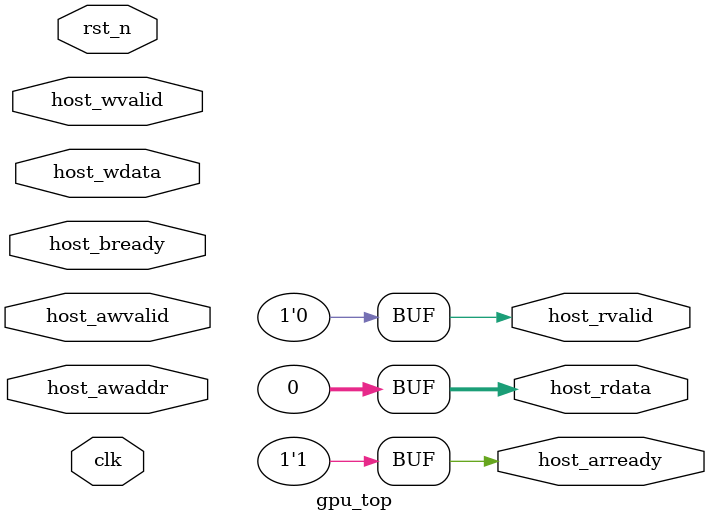
<source format=sv>
module gpu_top #(parameter NUM_SMS = 4, ADDR_WIDTH = 40, DATA_WIDTH = 64)
(
  input  logic                       clk,
  input  logic                       rst_n,
  // CPU/Host control AXI-lite (simple)
  input  logic                       host_awvalid,
  input  logic [31:0]                host_awaddr,
  input  logic                       host_wvalid,
  input  logic [31:0]                host_wdata,
  input  logic                       host_bready,
  output logic                       host_arready,
  output logic [31:0]                host_rdata,
  output logic                       host_rvalid
);

  // Simple interconnect wires (tile-level NoC/AXI stream omitted for brevity)
  // Instantiate mesh router
  mesh_router #(.NODES(NUM_SMS+2), .FLIT_WIDTH(DATA_WIDTH)) u_mesh (
    .clk(clk), .rst_n(rst_n)
    // ports can be added per-SM — for template we keep single aggregated ports
  );

  // L2 bank (single bank here for template)
  l2_bank #(.ADDR_WIDTH(ADDR_WIDTH), .DATA_WIDTH(DATA_WIDTH)) u_l2bank (
    .clk(clk), .rst_n(rst_n)
    // memory ports omitted; connect through l2_controller
  );

  // L2 controller
  l2_controller #(.ADDR_WIDTH(ADDR_WIDTH), .DATA_WIDTH(DATA_WIDTH)) u_l2ctl (
    .clk(clk), .rst_n(rst_n)
  );

  // DRAM controller (simple model)
  dram_ctrl #(.ADDR_WIDTH(ADDR_WIDTH), .DATA_WIDTH(DATA_WIDTH)) u_dram (
    .clk(clk), .rst_n(rst_n)
  );

  // MMU+TLB
  mmu_top #(.ADDR_WIDTH(ADDR_WIDTH)) u_mmu(
    .clk(clk), .rst_n(rst_n)
  );

  // Instantiate multiple SMs
  genvar i;
  generate
    for (i=0; i<NUM_SMS; i++) begin : SMS
      sm_top #(.ID(i)) u_sm (
        .clk(clk), .rst_n(rst_n)
      );
    end
  endgenerate

  // Simple host response defaults
  assign host_arready = 1'b1;
  assign host_rdata = 32'h0;
  assign host_rvalid = 1'b0;

endmodule


</source>
